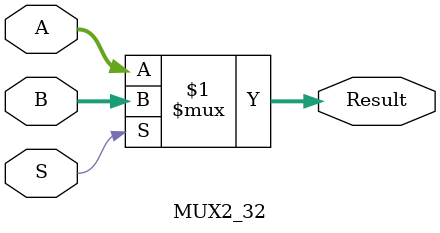
<source format=v>
/*******************************************************************
*
* Module: MUX2_32
* Project: RISC-V Implementation
* Author: Amr Morsy amrhassan18@aucegypt.edu
          Mohi Eldin El Ulabi mhulabi@aucegypt.edu
* Description: This is the 2x1 MUX
*
* IMPORTANT Change history: 28/10/21 – I wrote the code
*
**********************************************************************/

`timescale 1ns / 1ps
`include "defines.v"


module MUX2_32(
	input [31:0] A, 
	input [31:0] B,
	input S, 
	output wire [31:0] Result 
);
    
assign Result = S ? B : A ;
    
endmodule

</source>
